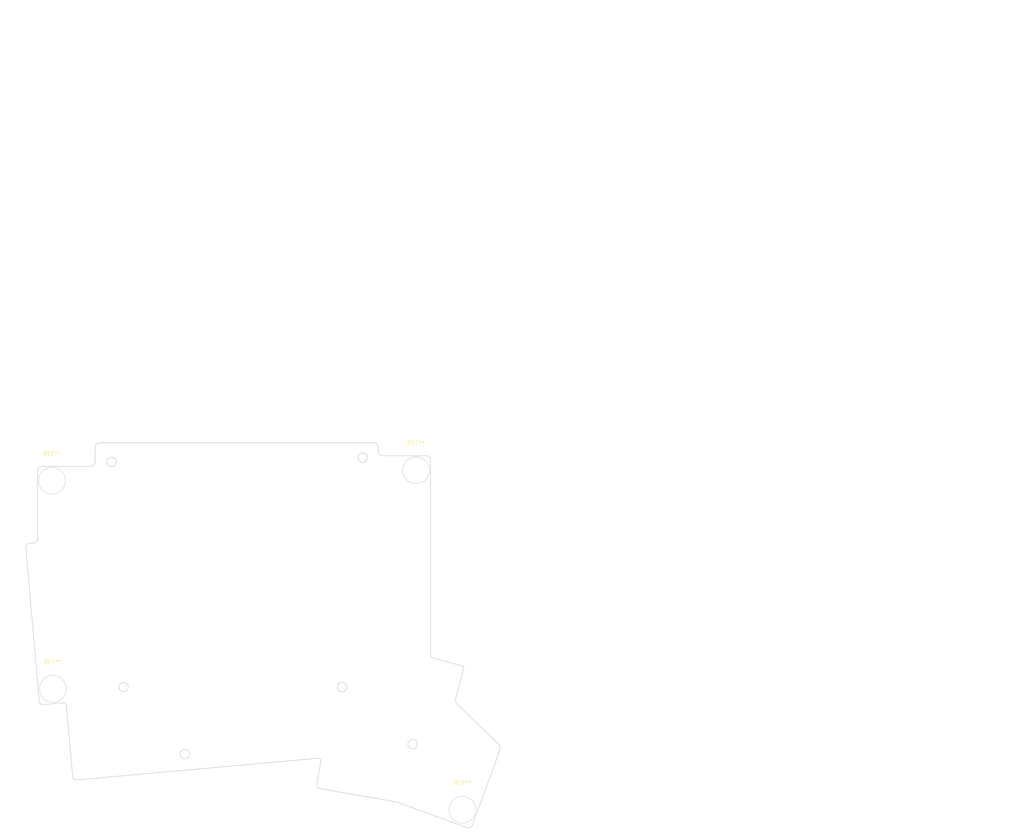
<source format=kicad_pcb>
(kicad_pcb (version 20221018) (generator pcbnew)
  (layers (0 "F.Cu" signal) (31 "B.Cu" signal) (34 "B.Paste" user) (35 "F.Paste" user) (36 "B.SilkS" user "B.Silkscreen") (37 "F.SilkS" user "F.Silkscreen") (38 "B.Mask" user) (39 "F.Mask" user) (44 "Edge.Cuts" user))
  (net 0 "")
  (footprint "jw_custom_footprint:MountingHole_6.3mm_M6_cutout" (layer "F.Cu") (at 93.345814 65.462152)
    (fp_text reference "REF**" (at 0 -6.3) (layer "F.SilkS"))
    (fp_text value "MountingHole_6.3mm_M6_cutout")
    (fp_circle (center 0 0) (end 3.15 0) (stroke (width 0.12)) (fill none) (layer "Edge.Cuts"))
  )
  (footprint "jw_custom_footprint:MountingHole_2.2mm_M2_cutout" (layer "F.Cu") (at 166.3314 60.068462)
    (fp_text reference "TH1" hide)
    (fp_text value "HOLE")
    (fp_circle (center 0 0) (end 1.1 0) (stroke (width 0.15)) (fill none) (layer "Edge.Cuts"))
  )
  (footprint "jw_custom_footprint:MountingHole_2.2mm_M2_cutout" (layer "F.Cu") (at 161.5054 113.967262)
    (fp_text reference "TH4" hide)
    (fp_text value "HOLE")
    (fp_circle (center 0 0) (end 1.1 0) (stroke (width 0.15)) (fill none) (layer "Edge.Cuts"))
  )
  (footprint "jw_custom_footprint:MountingHole_2.2mm_M2_cutout" (layer "F.Cu") (at 124.5738 129.715262)
    (fp_text reference "TH3" hide)
    (fp_text value "HOLE")
    (fp_circle (center 0 0) (end 1.1 0) (stroke (width 0.15)) (fill none) (layer "Edge.Cuts"))
  )
  (footprint "jw_custom_footprint:MountingHole_2.2mm_M2_cutout" (layer "F.Cu") (at 178.0662 127.378462)
    (fp_text reference "TH5" hide)
    (fp_text value "HOLE")
    (fp_circle (center 0 0) (end 1.1 0) (stroke (width 0.15)) (fill none) (layer "Edge.Cuts"))
  )
  (footprint "jw_custom_footprint:MountingHole_6.3mm_M6_cutout" (layer "F.Cu") (at 93.549014 114.382552)
    (fp_text reference "REF**" (at 0 -6.3) (layer "F.SilkS"))
    (fp_text value "MountingHole_6.3mm_M6_cutout")
    (fp_circle (center 0 0) (end 3.15 0) (stroke (width 0.12)) (fill none) (layer "Edge.Cuts"))
  )
  (footprint "jw_custom_footprint:MountingHole_6.3mm_M6_cutout" (layer "F.Cu") (at 178.893014 63.023752)
    (fp_text reference "REF**" (at 0 -6.3) (layer "F.SilkS"))
    (fp_text value "MountingHole_6.3mm_M6_cutout")
    (fp_circle (center 0 0) (end 3.15 0) (stroke (width 0.12)) (fill none) (layer "Edge.Cuts"))
  )
  (footprint "jw_custom_footprint:MountingHole_6.3mm_M6_cutout" (layer "F.Cu") (at 189.764214 142.779752)
    (fp_text reference "REF**" (at 0 -6.3) (layer "F.SilkS"))
    (fp_text value "MountingHole_6.3mm_M6_cutout")
    (fp_circle (center 0 0) (end 3.15 0) (stroke (width 0.12)) (fill none) (layer "Edge.Cuts"))
  )
  (footprint "jw_custom_footprint:MountingHole_2.2mm_M2_cutout" (layer "F.Cu") (at 110.1466 113.967262)
    (fp_text reference "TH6" hide)
    (fp_text value "HOLE")
    (fp_circle (center 0 0) (end 1.1 0) (stroke (width 0.15)) (fill none) (layer "Edge.Cuts"))
  )
  (footprint "jw_custom_footprint:MountingHole_2.2mm_M2_cutout" (layer "F.Cu") (at 107.3272 61.074876)
    (fp_text reference "TH2" hide)
    (fp_text value "HOLE")
    (fp_circle (center 0 0) (end 1.1 0) (stroke (width 0.15)) (fill none) (layer "Edge.Cuts"))
  )
  (gr_line (start 103.483381 57.684862) (end 103.483381 60.982862) (stroke (width 0.15)) (layer "Edge.Cuts"))
  (gr_line (start 156.513329 131.389626) (end 155.5618 136.878062) (stroke (width 0.15)) (layer "Edge.Cuts"))
  (gr_line (start 188.2262 116.456462) (end 190.094157 109.523613) (stroke (width 0.15)) (layer "Edge.Cuts"))
  (gr_arc (start 155.8666 130.680462) (mid 156.358458 130.881385) (end 156.513329 131.389626) (stroke (width 0.15)) (layer "Edge.Cuts"))
  (gr_line (start 87.197921 81.090695) (end 90.351168 117.357057) (stroke (width 0.15)) (layer "Edge.Cuts"))
  (gr_arc (start 103.483381 60.982862) (mid 103.173924 61.783331) (end 102.378685 62.105986) (stroke (width 0.15)) (layer "Edge.Cuts"))
  (gr_line (start 190.9694 147.038062) (end 174.4086 140.992862) (stroke (width 0.15)) (layer "Edge.Cuts"))
  (gr_arc (start 181.163073 59.616786) (mid 181.963322 59.936255) (end 182.282978 60.736463) (stroke (width 0.15)) (layer "Edge.Cuts"))
  (gr_line (start 174.4086 140.992862) (end 156.1206 137.792462) (stroke (width 0.15)) (layer "Edge.Cuts"))
  (gr_line (start 188.6834 118.132862) (end 198.073092 127.186908) (stroke (width 0.15)) (layer "Edge.Cuts"))
  (gr_arc (start 171.0558 59.616786) (mid 170.260554 59.294119) (end 169.951104 58.493662) (stroke (width 0.15)) (layer "Edge.Cuts"))
  (gr_line (start 169.951104 58.493662) (end 169.951104 57.646404) (stroke (width 0.15)) (layer "Edge.Cuts"))
  (gr_arc (start 188.6834 118.132862) (mid 188.247872 117.351096) (end 188.2262 116.456462) (stroke (width 0.15)) (layer "Edge.Cuts"))
  (gr_line (start 89.3186 80.052934) (end 87.8454 80.243663) (stroke (width 0.15)) (layer "Edge.Cuts"))
  (gr_line (start 96.7439 118.413048) (end 98.200056 135.046739) (stroke (width 0.15)) (layer "Edge.Cuts"))
  (gr_arc (start 91.1982 118.082062) (mid 90.614786 117.906381) (end 90.351168 117.357057) (stroke (width 0.15)) (layer "Edge.Cuts"))
  (gr_arc (start 103.483381 57.684862) (mid 103.792937 56.884828) (end 104.588077 56.562876) (stroke (width 0.15)) (layer "Edge.Cuts"))
  (gr_line (start 104.588077 56.562876) (end 168.9222 56.562876) (stroke (width 0.15)) (layer "Edge.Cuts"))
  (gr_arc (start 95.873713 117.673275) (mid 96.472713 117.850355) (end 96.7439 118.413048) (stroke (width 0.15)) (layer "Edge.Cuts"))
  (gr_arc (start 168.9222 56.562876) (mid 169.665313 56.887499) (end 169.951104 57.646404) (stroke (width 0.15)) (layer "Edge.Cuts"))
  (gr_arc (start 189.814757 109.015613) (mid 190.067564 109.207404) (end 190.094157 109.523613) (stroke (width 0.15)) (layer "Edge.Cuts"))
  (gr_line (start 91.1982 118.082062) (end 95.873713 117.673275) (stroke (width 0.15)) (layer "Edge.Cuts"))
  (gr_line (start 192.087 146.530062) (end 198.530292 128.837908) (stroke (width 0.15)) (layer "Edge.Cuts"))
  (gr_line (start 189.814757 109.015613) (end 183.0446 107.210862) (stroke (width 0.15)) (layer "Edge.Cuts"))
  (gr_arc (start 89.943933 63.167262) (mid 90.230431 62.43528) (end 90.9442 62.105986) (stroke (width 0.15)) (layer "Edge.Cuts"))
  (gr_arc (start 192.087 146.530062) (mid 191.643462 147.037684) (end 190.9694 147.038062) (stroke (width 0.15)) (layer "Edge.Cuts"))
  (gr_arc (start 99.040357 135.789127) (mid 98.462771 135.596152) (end 98.200056 135.046739) (stroke (width 0.15)) (layer "Edge.Cuts"))
  (gr_arc (start 87.197921 81.090695) (mid 87.348636 80.53491) (end 87.8454 80.243663) (stroke (width 0.15)) (layer "Edge.Cuts"))
  (gr_arc (start 183.0446 107.210862) (mid 182.485404 106.836496) (end 182.2826 106.194862) (stroke (width 0.15)) (layer "Edge.Cuts"))
  (gr_line (start 89.943933 63.167262) (end 89.943933 79.240134) (stroke (width 0.15)) (layer "Edge.Cuts"))
  (gr_arc (start 198.073092 127.186908) (mid 198.529882 127.949222) (end 198.530292 128.837908) (stroke (width 0.15)) (layer "Edge.Cuts"))
  (gr_arc (start 156.1206 137.792462) (mid 155.63577 137.46081) (end 155.5618 136.878062) (stroke (width 0.15)) (layer "Edge.Cuts"))
  (gr_arc (start 89.943933 79.240134) (mid 89.778831 79.760052) (end 89.3186 80.052934) (stroke (width 0.15)) (layer "Edge.Cuts"))
  (gr_line (start 99.040357 135.789127) (end 155.8666 130.680462) (stroke (width 0.15)) (layer "Edge.Cuts"))
  (gr_line (start 171.0558 59.616786) (end 181.163073 59.616786) (stroke (width 0.15)) (layer "Edge.Cuts"))
  (gr_line (start 182.2826 60.736463) (end 182.2826 106.194862) (stroke (width 0.15)) (layer "Edge.Cuts"))
  (gr_line (start 102.378685 62.105986) (end 90.9442 62.105986) (stroke (width 0.15)) (layer "Edge.Cuts"))
)
</source>
